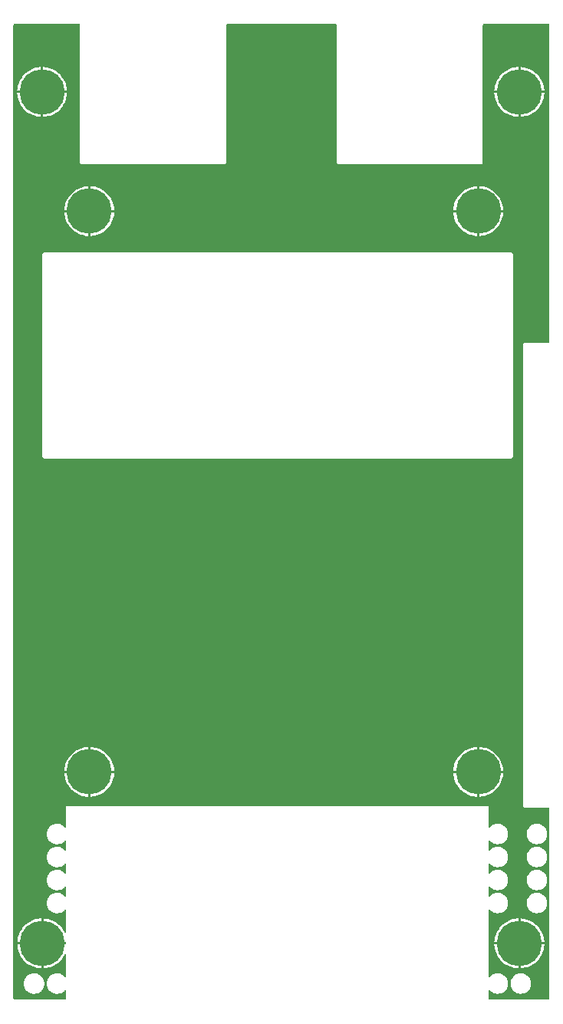
<source format=gtl>
G04 Layer: TopLayer*
G04 EasyEDA v6.5.29, 2023-07-16 15:11:24*
G04 08c5cc99871a4756a8ffc771c65a72c4,5a6b42c53f6a479593ecc07194224c93,10*
G04 Gerber Generator version 0.2*
G04 Scale: 100 percent, Rotated: No, Reflected: No *
G04 Dimensions in millimeters *
G04 leading zeros omitted , absolute positions ,4 integer and 5 decimal *
%FSLAX45Y45*%
%MOMM*%

%ADD10C,5.0000*%

%LPD*%
G36*
X163068Y838708D02*
G01*
X159156Y839469D01*
X155905Y841705D01*
X153670Y844956D01*
X152908Y848868D01*
X152908Y11597132D01*
X153670Y11601043D01*
X155905Y11604294D01*
X159156Y11606530D01*
X163068Y11607292D01*
X878332Y11607292D01*
X882192Y11606530D01*
X885494Y11604294D01*
X887730Y11601043D01*
X888492Y11597132D01*
X888492Y10084358D01*
X889203Y10078008D01*
X891133Y10072573D01*
X894181Y10067645D01*
X898296Y10063581D01*
X903173Y10060482D01*
X908659Y10058603D01*
X914958Y10057892D01*
X2475941Y10057892D01*
X2482240Y10058603D01*
X2487726Y10060482D01*
X2492603Y10063581D01*
X2496718Y10067645D01*
X2499766Y10072573D01*
X2501696Y10078008D01*
X2502408Y10084358D01*
X2502408Y11597132D01*
X2503170Y11601043D01*
X2505405Y11604294D01*
X2508656Y11606530D01*
X2512568Y11607292D01*
X3710432Y11607292D01*
X3714292Y11606530D01*
X3717594Y11604294D01*
X3719829Y11601043D01*
X3720592Y11597132D01*
X3720592Y10084358D01*
X3721303Y10078008D01*
X3723182Y10072573D01*
X3726281Y10067645D01*
X3730396Y10063581D01*
X3735273Y10060482D01*
X3740759Y10058603D01*
X3747058Y10057892D01*
X5308041Y10057892D01*
X5314340Y10058603D01*
X5319826Y10060482D01*
X5324703Y10063581D01*
X5328818Y10067645D01*
X5331866Y10072573D01*
X5333796Y10078008D01*
X5334508Y10084358D01*
X5334508Y11597132D01*
X5335270Y11601043D01*
X5337454Y11604294D01*
X5340756Y11606530D01*
X5344668Y11607292D01*
X6059932Y11607292D01*
X6063843Y11606530D01*
X6067094Y11604294D01*
X6069330Y11601043D01*
X6070092Y11597132D01*
X6070092Y8100568D01*
X6069330Y8096656D01*
X6067094Y8093354D01*
X6063792Y8091170D01*
X6059932Y8090408D01*
X5804509Y8090408D01*
X5798007Y8089595D01*
X5792470Y8087512D01*
X5787339Y8083956D01*
X5784291Y8080908D01*
X5781649Y8077352D01*
X5779160Y8071815D01*
X5777992Y8064347D01*
X5777992Y2985109D01*
X5778804Y2978607D01*
X5780887Y2973070D01*
X5784443Y2967939D01*
X5787440Y2964891D01*
X5791047Y2962249D01*
X5796584Y2959760D01*
X5804052Y2958592D01*
X6059932Y2958592D01*
X6063792Y2957830D01*
X6067094Y2955594D01*
X6069330Y2952292D01*
X6070092Y2948432D01*
X6070092Y848868D01*
X6069330Y844956D01*
X6067094Y841705D01*
X6063792Y839469D01*
X6059932Y838708D01*
X5407660Y838708D01*
X5403748Y839469D01*
X5400446Y841705D01*
X5398262Y844956D01*
X5397500Y848868D01*
X5397500Y933196D01*
X5398262Y937107D01*
X5400497Y940409D01*
X5403850Y942594D01*
X5407761Y943356D01*
X5411673Y942492D01*
X5414924Y940257D01*
X5422849Y932078D01*
X5434228Y922985D01*
X5446674Y915466D01*
X5459933Y909574D01*
X5473852Y905459D01*
X5488228Y903122D01*
X5502757Y902665D01*
X5517184Y904087D01*
X5531358Y907287D01*
X5544972Y912317D01*
X5557875Y919022D01*
X5569813Y927353D01*
X5580532Y937107D01*
X5589981Y948182D01*
X5597906Y960374D01*
X5604205Y973429D01*
X5608777Y987247D01*
X5611571Y1001521D01*
X5612485Y1016000D01*
X5611571Y1030478D01*
X5608777Y1044752D01*
X5604205Y1058570D01*
X5597906Y1071626D01*
X5589981Y1083818D01*
X5580532Y1094892D01*
X5569813Y1104646D01*
X5557875Y1112977D01*
X5544972Y1119682D01*
X5531358Y1124712D01*
X5517184Y1127912D01*
X5502757Y1129334D01*
X5488228Y1128877D01*
X5473852Y1126540D01*
X5459933Y1122426D01*
X5446674Y1116533D01*
X5434228Y1109014D01*
X5422849Y1099921D01*
X5414924Y1091742D01*
X5411673Y1089507D01*
X5407761Y1088644D01*
X5403850Y1089406D01*
X5400497Y1091590D01*
X5398262Y1094892D01*
X5397500Y1098804D01*
X5397500Y1822196D01*
X5398262Y1826107D01*
X5400497Y1829409D01*
X5403850Y1831593D01*
X5407761Y1832356D01*
X5411673Y1831492D01*
X5414924Y1829257D01*
X5422849Y1821078D01*
X5434228Y1811985D01*
X5446674Y1804466D01*
X5459933Y1798574D01*
X5473852Y1794459D01*
X5488228Y1792122D01*
X5502757Y1791665D01*
X5517184Y1793087D01*
X5531358Y1796288D01*
X5544972Y1801317D01*
X5557875Y1808022D01*
X5569813Y1816354D01*
X5580532Y1826107D01*
X5589981Y1837182D01*
X5597906Y1849374D01*
X5604205Y1862429D01*
X5608777Y1876247D01*
X5611571Y1890522D01*
X5612485Y1905000D01*
X5611571Y1919478D01*
X5608777Y1933752D01*
X5604205Y1947570D01*
X5597906Y1960625D01*
X5589981Y1972818D01*
X5580532Y1983892D01*
X5569813Y1993646D01*
X5557875Y2001977D01*
X5544972Y2008682D01*
X5531358Y2013712D01*
X5517184Y2016912D01*
X5502757Y2018334D01*
X5488228Y2017877D01*
X5473852Y2015540D01*
X5459933Y2011425D01*
X5446674Y2005533D01*
X5434228Y1998014D01*
X5422849Y1988921D01*
X5414924Y1980742D01*
X5411673Y1978507D01*
X5407761Y1977643D01*
X5403850Y1978406D01*
X5400497Y1980590D01*
X5398262Y1983892D01*
X5397500Y1987804D01*
X5397500Y2076196D01*
X5398262Y2080107D01*
X5400497Y2083409D01*
X5403850Y2085593D01*
X5407761Y2086356D01*
X5411673Y2085492D01*
X5414924Y2083257D01*
X5422849Y2075078D01*
X5434228Y2065985D01*
X5446674Y2058466D01*
X5459933Y2052574D01*
X5473852Y2048459D01*
X5488228Y2046122D01*
X5502757Y2045665D01*
X5517184Y2047087D01*
X5531358Y2050288D01*
X5544972Y2055317D01*
X5557875Y2062022D01*
X5569813Y2070354D01*
X5580532Y2080107D01*
X5589981Y2091182D01*
X5597906Y2103374D01*
X5604205Y2116429D01*
X5608777Y2130247D01*
X5611571Y2144522D01*
X5612485Y2159000D01*
X5611571Y2173478D01*
X5608777Y2187752D01*
X5604205Y2201570D01*
X5597906Y2214626D01*
X5589981Y2226818D01*
X5580532Y2237892D01*
X5569813Y2247646D01*
X5557875Y2255977D01*
X5544972Y2262682D01*
X5531358Y2267712D01*
X5517184Y2270912D01*
X5502757Y2272334D01*
X5488228Y2271877D01*
X5473852Y2269540D01*
X5459933Y2265426D01*
X5446674Y2259533D01*
X5434228Y2252014D01*
X5422849Y2242921D01*
X5414924Y2234742D01*
X5411673Y2232507D01*
X5407761Y2231644D01*
X5403850Y2232406D01*
X5400497Y2234590D01*
X5398262Y2237892D01*
X5397500Y2241804D01*
X5397500Y2330196D01*
X5398262Y2334107D01*
X5400497Y2337409D01*
X5403850Y2339594D01*
X5407761Y2340356D01*
X5411673Y2339492D01*
X5414924Y2337257D01*
X5422849Y2329078D01*
X5434228Y2319985D01*
X5446674Y2312466D01*
X5459933Y2306574D01*
X5473852Y2302459D01*
X5488228Y2300122D01*
X5502757Y2299665D01*
X5517184Y2301087D01*
X5531358Y2304288D01*
X5544972Y2309317D01*
X5557875Y2316022D01*
X5569813Y2324354D01*
X5580532Y2334107D01*
X5589981Y2345182D01*
X5597906Y2357374D01*
X5604205Y2370429D01*
X5608777Y2384247D01*
X5611571Y2398522D01*
X5612485Y2413000D01*
X5611571Y2427478D01*
X5608777Y2441752D01*
X5604205Y2455570D01*
X5597906Y2468626D01*
X5589981Y2480818D01*
X5580532Y2491892D01*
X5569813Y2501646D01*
X5557875Y2509977D01*
X5544972Y2516682D01*
X5531358Y2521712D01*
X5517184Y2524912D01*
X5502757Y2526334D01*
X5488228Y2525877D01*
X5473852Y2523540D01*
X5459933Y2519426D01*
X5446674Y2513533D01*
X5434228Y2506014D01*
X5422849Y2496921D01*
X5414924Y2488742D01*
X5411673Y2486507D01*
X5407761Y2485644D01*
X5403850Y2486406D01*
X5400497Y2488590D01*
X5398262Y2491892D01*
X5397500Y2495804D01*
X5397500Y2584196D01*
X5398262Y2588107D01*
X5400497Y2591409D01*
X5403850Y2593594D01*
X5407761Y2594356D01*
X5411673Y2593492D01*
X5414924Y2591257D01*
X5422849Y2583078D01*
X5434228Y2573985D01*
X5446674Y2566466D01*
X5459933Y2560574D01*
X5473852Y2556459D01*
X5488228Y2554122D01*
X5502757Y2553665D01*
X5517184Y2555087D01*
X5531358Y2558288D01*
X5544972Y2563317D01*
X5557875Y2570022D01*
X5569813Y2578354D01*
X5580532Y2588107D01*
X5589981Y2599182D01*
X5597906Y2611374D01*
X5604205Y2624429D01*
X5608777Y2638247D01*
X5611571Y2652522D01*
X5612485Y2667000D01*
X5611571Y2681478D01*
X5608777Y2695752D01*
X5604205Y2709570D01*
X5597906Y2722626D01*
X5589981Y2734818D01*
X5580532Y2745892D01*
X5569813Y2755646D01*
X5557875Y2763977D01*
X5544972Y2770682D01*
X5531358Y2775712D01*
X5517184Y2778912D01*
X5502757Y2780334D01*
X5488228Y2779877D01*
X5473852Y2777540D01*
X5459933Y2773426D01*
X5446674Y2767533D01*
X5434228Y2760014D01*
X5422849Y2750921D01*
X5414924Y2742742D01*
X5411673Y2740507D01*
X5407761Y2739644D01*
X5403850Y2740406D01*
X5400497Y2742590D01*
X5398262Y2745892D01*
X5397500Y2749804D01*
X5397500Y2970784D01*
X5396484Y2971800D01*
X737616Y2971800D01*
X736600Y2970784D01*
X736600Y2749854D01*
X735787Y2745841D01*
X733450Y2742488D01*
X729945Y2740304D01*
X725881Y2739694D01*
X721918Y2740761D01*
X718718Y2743250D01*
X716483Y2745892D01*
X705713Y2755646D01*
X693826Y2763977D01*
X680923Y2770682D01*
X667308Y2775712D01*
X653135Y2778912D01*
X638657Y2780334D01*
X624128Y2779877D01*
X609803Y2777540D01*
X595884Y2773426D01*
X582574Y2767533D01*
X570179Y2760014D01*
X558800Y2750921D01*
X548690Y2740507D01*
X540004Y2728874D01*
X532892Y2716174D01*
X527405Y2702712D01*
X523748Y2688691D01*
X521868Y2674264D01*
X521868Y2659735D01*
X523748Y2645308D01*
X527405Y2631287D01*
X532892Y2617825D01*
X540004Y2605125D01*
X548690Y2593492D01*
X558800Y2583078D01*
X570179Y2573985D01*
X582574Y2566466D01*
X595884Y2560574D01*
X609803Y2556459D01*
X624128Y2554122D01*
X638657Y2553665D01*
X653135Y2555087D01*
X667308Y2558288D01*
X680923Y2563317D01*
X693826Y2570022D01*
X705713Y2578354D01*
X716483Y2588107D01*
X718718Y2590749D01*
X721918Y2593238D01*
X725881Y2594305D01*
X729945Y2593695D01*
X733450Y2591511D01*
X735787Y2588158D01*
X736600Y2584145D01*
X736600Y2495854D01*
X735787Y2491841D01*
X733450Y2488488D01*
X729945Y2486304D01*
X725881Y2485694D01*
X721918Y2486761D01*
X718718Y2489250D01*
X716483Y2491892D01*
X705713Y2501646D01*
X693826Y2509977D01*
X680923Y2516682D01*
X667308Y2521712D01*
X653135Y2524912D01*
X638657Y2526334D01*
X624128Y2525877D01*
X609803Y2523540D01*
X595884Y2519426D01*
X582574Y2513533D01*
X570179Y2506014D01*
X558800Y2496921D01*
X548690Y2486507D01*
X540004Y2474874D01*
X532892Y2462174D01*
X527405Y2448712D01*
X523748Y2434691D01*
X521868Y2420264D01*
X521868Y2405735D01*
X523748Y2391308D01*
X527405Y2377287D01*
X532892Y2363825D01*
X540004Y2351125D01*
X548690Y2339492D01*
X558800Y2329078D01*
X570179Y2319985D01*
X582574Y2312466D01*
X595884Y2306574D01*
X609803Y2302459D01*
X624128Y2300122D01*
X638657Y2299665D01*
X653135Y2301087D01*
X667308Y2304288D01*
X680923Y2309317D01*
X693826Y2316022D01*
X705713Y2324354D01*
X716483Y2334107D01*
X718718Y2336749D01*
X721918Y2339238D01*
X725881Y2340305D01*
X729945Y2339695D01*
X733450Y2337511D01*
X735787Y2334158D01*
X736600Y2330145D01*
X736600Y2241854D01*
X735787Y2237841D01*
X733450Y2234488D01*
X729945Y2232304D01*
X725881Y2231694D01*
X721918Y2232761D01*
X718718Y2235250D01*
X716483Y2237892D01*
X705713Y2247646D01*
X693826Y2255977D01*
X680923Y2262682D01*
X667308Y2267712D01*
X653135Y2270912D01*
X638657Y2272334D01*
X624128Y2271877D01*
X609803Y2269540D01*
X595884Y2265426D01*
X582574Y2259533D01*
X570179Y2252014D01*
X558800Y2242921D01*
X548690Y2232507D01*
X540004Y2220874D01*
X532892Y2208174D01*
X527405Y2194712D01*
X523748Y2180691D01*
X521868Y2166264D01*
X521868Y2151735D01*
X523748Y2137308D01*
X527405Y2123287D01*
X532892Y2109825D01*
X540004Y2097125D01*
X548690Y2085492D01*
X558800Y2075078D01*
X570179Y2065985D01*
X582574Y2058466D01*
X595884Y2052574D01*
X609803Y2048459D01*
X624128Y2046122D01*
X638657Y2045665D01*
X653135Y2047087D01*
X667308Y2050288D01*
X680923Y2055317D01*
X693826Y2062022D01*
X705713Y2070354D01*
X716483Y2080107D01*
X718718Y2082749D01*
X721918Y2085238D01*
X725881Y2086305D01*
X729945Y2085695D01*
X733450Y2083511D01*
X735787Y2080158D01*
X736600Y2076145D01*
X736600Y1987854D01*
X735787Y1983841D01*
X733450Y1980488D01*
X729945Y1978304D01*
X725881Y1977694D01*
X721918Y1978761D01*
X718718Y1981250D01*
X716483Y1983892D01*
X705713Y1993646D01*
X693826Y2001977D01*
X680923Y2008682D01*
X667308Y2013712D01*
X653135Y2016912D01*
X638657Y2018334D01*
X624128Y2017877D01*
X609803Y2015540D01*
X595884Y2011425D01*
X582574Y2005533D01*
X570179Y1998014D01*
X558800Y1988921D01*
X548690Y1978507D01*
X540004Y1966874D01*
X532892Y1954174D01*
X527405Y1940712D01*
X523748Y1926691D01*
X521868Y1912264D01*
X521868Y1897735D01*
X523748Y1883308D01*
X527405Y1869287D01*
X532892Y1855825D01*
X540004Y1843125D01*
X548690Y1831492D01*
X558800Y1821078D01*
X570179Y1811985D01*
X582574Y1804466D01*
X595884Y1798574D01*
X609803Y1794459D01*
X624128Y1792122D01*
X638657Y1791665D01*
X653135Y1793087D01*
X667308Y1796288D01*
X680923Y1801317D01*
X693826Y1808022D01*
X705713Y1816354D01*
X716483Y1826107D01*
X718718Y1828749D01*
X721918Y1831238D01*
X725881Y1832305D01*
X729945Y1831695D01*
X733450Y1829511D01*
X735787Y1826158D01*
X736600Y1822145D01*
X736600Y1589278D01*
X735584Y1584858D01*
X732790Y1581353D01*
X728776Y1579372D01*
X724255Y1579321D01*
X720191Y1581251D01*
X717346Y1584756D01*
X713028Y1593443D01*
X701040Y1613204D01*
X687476Y1631899D01*
X672388Y1649374D01*
X655878Y1665528D01*
X638048Y1680260D01*
X619099Y1693468D01*
X599084Y1705000D01*
X578154Y1714855D01*
X556514Y1722882D01*
X534263Y1729130D01*
X511556Y1733448D01*
X488594Y1735886D01*
X483971Y1735937D01*
X483971Y1473200D01*
X726440Y1473200D01*
X730300Y1472438D01*
X733602Y1470253D01*
X735838Y1466951D01*
X736600Y1463040D01*
X736600Y1457960D01*
X735838Y1454099D01*
X733602Y1450797D01*
X730300Y1448562D01*
X726440Y1447800D01*
X483971Y1447800D01*
X483971Y1185062D01*
X488594Y1185164D01*
X511556Y1187551D01*
X534263Y1191920D01*
X556514Y1198118D01*
X578154Y1206144D01*
X599084Y1215999D01*
X619099Y1227582D01*
X638048Y1240739D01*
X655878Y1255471D01*
X672388Y1271625D01*
X687476Y1289151D01*
X701040Y1307846D01*
X713028Y1327607D01*
X717346Y1336294D01*
X720191Y1339748D01*
X724255Y1341678D01*
X728776Y1341628D01*
X732790Y1339646D01*
X735584Y1336141D01*
X736600Y1331772D01*
X736600Y1098854D01*
X735787Y1094841D01*
X733450Y1091488D01*
X729945Y1089304D01*
X725881Y1088694D01*
X721918Y1089761D01*
X718718Y1092250D01*
X716483Y1094892D01*
X705713Y1104646D01*
X693826Y1112977D01*
X680923Y1119682D01*
X667308Y1124712D01*
X653135Y1127912D01*
X638657Y1129334D01*
X624128Y1128877D01*
X609803Y1126540D01*
X595884Y1122426D01*
X582574Y1116533D01*
X570179Y1109014D01*
X558800Y1099921D01*
X548690Y1089507D01*
X540004Y1077874D01*
X532892Y1065174D01*
X527405Y1051712D01*
X523748Y1037691D01*
X521868Y1023264D01*
X521868Y1008735D01*
X523748Y994308D01*
X527405Y980287D01*
X532892Y966825D01*
X540004Y954125D01*
X548690Y942492D01*
X558800Y932078D01*
X570179Y922985D01*
X582574Y915466D01*
X595884Y909574D01*
X609803Y905459D01*
X624128Y903122D01*
X638657Y902665D01*
X653135Y904087D01*
X667308Y907287D01*
X680923Y912317D01*
X693826Y919022D01*
X705713Y927353D01*
X716483Y937107D01*
X718718Y939749D01*
X721918Y942238D01*
X725881Y943305D01*
X729945Y942695D01*
X733450Y940511D01*
X735787Y937158D01*
X736600Y933145D01*
X736600Y848868D01*
X735838Y844956D01*
X733602Y841705D01*
X730300Y839469D01*
X726440Y838708D01*
G37*

%LPC*%
G36*
X194360Y10871200D02*
G01*
X457200Y10871200D01*
X457200Y11133886D01*
X441045Y11132870D01*
X418185Y11129518D01*
X395681Y11124234D01*
X373735Y11117072D01*
X352450Y11108131D01*
X331927Y11097412D01*
X312420Y11085068D01*
X294030Y11071098D01*
X276860Y11055604D01*
X261061Y11038789D01*
X246684Y11020653D01*
X233883Y11001400D01*
X222758Y10981182D01*
X213360Y10960049D01*
X205790Y10938256D01*
X200050Y10915853D01*
X196189Y10893094D01*
G37*
G36*
X384657Y902665D02*
G01*
X399135Y904087D01*
X413308Y907287D01*
X426923Y912317D01*
X439826Y919022D01*
X451713Y927353D01*
X462483Y937107D01*
X471881Y948182D01*
X479806Y960374D01*
X486105Y973429D01*
X490728Y987247D01*
X493471Y1001521D01*
X494436Y1016000D01*
X493471Y1030478D01*
X490728Y1044752D01*
X486105Y1058570D01*
X479806Y1071626D01*
X471881Y1083818D01*
X462483Y1094892D01*
X451713Y1104646D01*
X439826Y1112977D01*
X426923Y1119682D01*
X413308Y1124712D01*
X399135Y1127912D01*
X384657Y1129334D01*
X370128Y1128877D01*
X355803Y1126540D01*
X341884Y1122426D01*
X328574Y1116533D01*
X316179Y1109014D01*
X304800Y1099921D01*
X294690Y1089507D01*
X286004Y1077874D01*
X278892Y1065174D01*
X273405Y1051712D01*
X269748Y1037691D01*
X267868Y1023264D01*
X267868Y1008735D01*
X269748Y994308D01*
X273405Y980287D01*
X278892Y966825D01*
X286004Y954125D01*
X294690Y942492D01*
X304800Y932078D01*
X316179Y922985D01*
X328574Y915466D01*
X341884Y909574D01*
X355803Y905459D01*
X370128Y903122D01*
G37*
G36*
X5756757Y902665D02*
G01*
X5771184Y904087D01*
X5785358Y907287D01*
X5798972Y912317D01*
X5811875Y919022D01*
X5823813Y927353D01*
X5834532Y937107D01*
X5843981Y948182D01*
X5851906Y960374D01*
X5858205Y973429D01*
X5862777Y987247D01*
X5865571Y1001521D01*
X5866485Y1016000D01*
X5865571Y1030478D01*
X5862777Y1044752D01*
X5858205Y1058570D01*
X5851906Y1071626D01*
X5843981Y1083818D01*
X5834532Y1094892D01*
X5823813Y1104646D01*
X5811875Y1112977D01*
X5798972Y1119682D01*
X5785358Y1124712D01*
X5771184Y1127912D01*
X5756757Y1129334D01*
X5742228Y1128877D01*
X5727852Y1126540D01*
X5713933Y1122426D01*
X5700674Y1116533D01*
X5688228Y1109014D01*
X5676849Y1099921D01*
X5666740Y1089507D01*
X5658053Y1077874D01*
X5650941Y1065174D01*
X5645505Y1051712D01*
X5641797Y1037691D01*
X5639968Y1023264D01*
X5639968Y1008735D01*
X5641797Y994308D01*
X5645505Y980287D01*
X5650941Y966825D01*
X5658053Y954125D01*
X5666740Y942492D01*
X5676849Y932078D01*
X5688228Y922985D01*
X5700674Y915466D01*
X5713933Y909574D01*
X5727852Y905459D01*
X5742228Y903122D01*
G37*
G36*
X5461609Y10871200D02*
G01*
X5724499Y10871200D01*
X5724499Y11133886D01*
X5708345Y11132870D01*
X5685485Y11129518D01*
X5662980Y11124234D01*
X5641035Y11117072D01*
X5619699Y11108131D01*
X5599226Y11097412D01*
X5579719Y11085068D01*
X5561330Y11071098D01*
X5544159Y11055604D01*
X5528360Y11038789D01*
X5513984Y11020653D01*
X5501182Y11001400D01*
X5490057Y10981182D01*
X5480659Y10960049D01*
X5473090Y10938256D01*
X5467350Y10915853D01*
X5463489Y10893094D01*
G37*
G36*
X5749899Y10871200D02*
G01*
X6012535Y10871200D01*
X6012129Y10881563D01*
X6009233Y10904524D01*
X6004407Y10927130D01*
X5997752Y10949228D01*
X5989218Y10970717D01*
X5978956Y10991392D01*
X5967018Y11011204D01*
X5953404Y11029848D01*
X5938316Y11047374D01*
X5921806Y11063528D01*
X5904026Y11078260D01*
X5885027Y11091468D01*
X5865012Y11103000D01*
X5844133Y11112855D01*
X5822442Y11120882D01*
X5800191Y11127130D01*
X5777484Y11131448D01*
X5754522Y11133836D01*
X5749899Y11133937D01*
G37*
G36*
X482600Y10871200D02*
G01*
X745286Y10871200D01*
X744829Y10881563D01*
X741934Y10904524D01*
X737108Y10927130D01*
X730453Y10949228D01*
X721969Y10970717D01*
X711657Y10991392D01*
X699719Y11011204D01*
X686104Y11029848D01*
X671017Y11047374D01*
X654507Y11063528D01*
X636727Y11078260D01*
X617728Y11091468D01*
X597712Y11103000D01*
X576834Y11112855D01*
X555142Y11120882D01*
X532892Y11127130D01*
X510184Y11131448D01*
X487222Y11133836D01*
X482600Y11133937D01*
G37*
G36*
X457200Y10583113D02*
G01*
X457200Y10845800D01*
X194360Y10845800D01*
X196189Y10823905D01*
X200050Y10801146D01*
X205790Y10778744D01*
X213360Y10756950D01*
X222758Y10735818D01*
X233883Y10715599D01*
X246684Y10696346D01*
X261061Y10678210D01*
X276860Y10661396D01*
X294030Y10645902D01*
X312420Y10631932D01*
X331927Y10619587D01*
X352450Y10608868D01*
X373735Y10599928D01*
X395681Y10592765D01*
X418185Y10587482D01*
X441045Y10584129D01*
G37*
G36*
X5749899Y1185062D02*
G01*
X5754522Y1185164D01*
X5777484Y1187551D01*
X5800191Y1191920D01*
X5822442Y1198118D01*
X5844133Y1206144D01*
X5865012Y1215999D01*
X5885027Y1227582D01*
X5904026Y1240739D01*
X5921806Y1255471D01*
X5938316Y1271625D01*
X5953404Y1289151D01*
X5967018Y1307846D01*
X5978956Y1327607D01*
X5989218Y1348282D01*
X5997752Y1369771D01*
X6004407Y1391920D01*
X6009233Y1414475D01*
X6012129Y1437436D01*
X6012535Y1447800D01*
X5749899Y1447800D01*
G37*
G36*
X5724499Y10583113D02*
G01*
X5724499Y10845800D01*
X5461609Y10845800D01*
X5463489Y10823905D01*
X5467350Y10801146D01*
X5473090Y10778744D01*
X5480659Y10756950D01*
X5490057Y10735818D01*
X5501182Y10715599D01*
X5513984Y10696346D01*
X5528360Y10678210D01*
X5544159Y10661396D01*
X5561330Y10645902D01*
X5579719Y10631932D01*
X5599226Y10619587D01*
X5619699Y10608868D01*
X5641035Y10599928D01*
X5662980Y10592765D01*
X5685485Y10587482D01*
X5708345Y10584129D01*
G37*
G36*
X5724499Y1185113D02*
G01*
X5724499Y1447800D01*
X5461609Y1447800D01*
X5463489Y1425956D01*
X5467350Y1403146D01*
X5473090Y1380744D01*
X5480659Y1358950D01*
X5490057Y1337818D01*
X5501182Y1317599D01*
X5513984Y1298346D01*
X5528360Y1280210D01*
X5544159Y1263396D01*
X5561330Y1247902D01*
X5579719Y1233932D01*
X5599226Y1221587D01*
X5619699Y1210868D01*
X5641035Y1201928D01*
X5662980Y1194765D01*
X5685485Y1189482D01*
X5708345Y1186129D01*
G37*
G36*
X458571Y1185113D02*
G01*
X458571Y1447800D01*
X195681Y1447800D01*
X197561Y1425956D01*
X201371Y1403146D01*
X207111Y1380744D01*
X214731Y1358950D01*
X224129Y1337818D01*
X235254Y1317599D01*
X248056Y1298346D01*
X262382Y1280210D01*
X278231Y1263396D01*
X295402Y1247902D01*
X313791Y1233932D01*
X333298Y1221587D01*
X353771Y1210868D01*
X375107Y1201928D01*
X397052Y1194765D01*
X419557Y1189482D01*
X442417Y1186129D01*
G37*
G36*
X5749899Y1473200D02*
G01*
X6012535Y1473200D01*
X6012129Y1483614D01*
X6009233Y1506524D01*
X6004407Y1529130D01*
X5997752Y1551228D01*
X5989218Y1572717D01*
X5978956Y1593443D01*
X5967018Y1613204D01*
X5953404Y1631899D01*
X5938316Y1649374D01*
X5921806Y1665528D01*
X5904026Y1680260D01*
X5885027Y1693468D01*
X5865012Y1705000D01*
X5844133Y1714855D01*
X5822442Y1722882D01*
X5800191Y1729130D01*
X5777484Y1733448D01*
X5754522Y1735886D01*
X5749899Y1735937D01*
G37*
G36*
X5461609Y1473200D02*
G01*
X5724499Y1473200D01*
X5724499Y1735937D01*
X5708345Y1734921D01*
X5685485Y1731518D01*
X5662980Y1726234D01*
X5641035Y1719122D01*
X5619699Y1710131D01*
X5599226Y1699463D01*
X5579719Y1687068D01*
X5561330Y1673098D01*
X5544159Y1657654D01*
X5528360Y1640789D01*
X5513984Y1622704D01*
X5501182Y1603451D01*
X5490057Y1583182D01*
X5480659Y1562100D01*
X5473090Y1540256D01*
X5467350Y1517853D01*
X5463489Y1495094D01*
G37*
G36*
X195681Y1473200D02*
G01*
X458571Y1473200D01*
X458571Y1735937D01*
X442417Y1734921D01*
X419557Y1731518D01*
X397052Y1726234D01*
X375107Y1719122D01*
X353771Y1710131D01*
X333298Y1699463D01*
X313791Y1687068D01*
X295402Y1673098D01*
X278231Y1657654D01*
X262382Y1640789D01*
X248056Y1622704D01*
X235254Y1603451D01*
X224129Y1583182D01*
X214731Y1562100D01*
X207111Y1540256D01*
X201371Y1517853D01*
X197561Y1495094D01*
G37*
G36*
X482600Y10583062D02*
G01*
X487222Y10583164D01*
X510184Y10585551D01*
X532892Y10589869D01*
X555142Y10596118D01*
X576834Y10604144D01*
X597712Y10613999D01*
X617728Y10625531D01*
X636727Y10638739D01*
X654507Y10653471D01*
X671017Y10669625D01*
X686104Y10687100D01*
X699719Y10705795D01*
X711657Y10725607D01*
X721969Y10746282D01*
X730453Y10767771D01*
X737108Y10789869D01*
X741934Y10812475D01*
X744829Y10835436D01*
X745286Y10845800D01*
X482600Y10845800D01*
G37*
G36*
X5934557Y1791665D02*
G01*
X5948984Y1793087D01*
X5963158Y1796288D01*
X5976772Y1801317D01*
X5989675Y1808022D01*
X6001613Y1816354D01*
X6012332Y1826107D01*
X6021781Y1837182D01*
X6029706Y1849374D01*
X6036005Y1862429D01*
X6040577Y1876247D01*
X6043371Y1890522D01*
X6044285Y1905000D01*
X6043371Y1919478D01*
X6040577Y1933752D01*
X6036005Y1947570D01*
X6029706Y1960625D01*
X6021781Y1972818D01*
X6012332Y1983892D01*
X6001613Y1993646D01*
X5989675Y2001977D01*
X5976772Y2008682D01*
X5963158Y2013712D01*
X5948984Y2016912D01*
X5934557Y2018334D01*
X5920028Y2017877D01*
X5905652Y2015540D01*
X5891733Y2011425D01*
X5878474Y2005533D01*
X5866028Y1998014D01*
X5854649Y1988921D01*
X5844540Y1978507D01*
X5835853Y1966874D01*
X5828741Y1954174D01*
X5823305Y1940712D01*
X5819597Y1926691D01*
X5817768Y1912264D01*
X5817768Y1897735D01*
X5819597Y1883308D01*
X5823305Y1869287D01*
X5828741Y1855825D01*
X5835853Y1843125D01*
X5844540Y1831492D01*
X5854649Y1821078D01*
X5866028Y1811985D01*
X5878474Y1804466D01*
X5891733Y1798574D01*
X5905652Y1794459D01*
X5920028Y1792122D01*
G37*
G36*
X5749899Y10583062D02*
G01*
X5754522Y10583164D01*
X5777484Y10585551D01*
X5800191Y10589869D01*
X5822442Y10596118D01*
X5844133Y10604144D01*
X5865012Y10613999D01*
X5885027Y10625531D01*
X5904026Y10638739D01*
X5921806Y10653471D01*
X5938316Y10669625D01*
X5953404Y10687100D01*
X5967018Y10705795D01*
X5978956Y10725607D01*
X5989218Y10746282D01*
X5997752Y10767771D01*
X6004407Y10789869D01*
X6009233Y10812475D01*
X6012129Y10835436D01*
X6012535Y10845800D01*
X5749899Y10845800D01*
G37*
G36*
X715060Y9555988D02*
G01*
X977900Y9555988D01*
X977900Y9818725D01*
X961745Y9817709D01*
X938885Y9814306D01*
X916381Y9809022D01*
X894435Y9801910D01*
X873150Y9792970D01*
X852627Y9782251D01*
X833119Y9769856D01*
X814730Y9755886D01*
X797560Y9740442D01*
X781761Y9723577D01*
X767384Y9705492D01*
X754583Y9686239D01*
X743458Y9665970D01*
X734060Y9644888D01*
X726490Y9623044D01*
X720750Y9600692D01*
X716889Y9577882D01*
G37*
G36*
X5009642Y9555988D02*
G01*
X5272481Y9555988D01*
X5272481Y9818725D01*
X5256377Y9817709D01*
X5233517Y9814306D01*
X5211013Y9809022D01*
X5189016Y9801910D01*
X5167731Y9792970D01*
X5147259Y9782251D01*
X5127752Y9769856D01*
X5109362Y9755886D01*
X5092192Y9740442D01*
X5076342Y9723577D01*
X5062016Y9705492D01*
X5049215Y9686239D01*
X5038090Y9665970D01*
X5028692Y9644888D01*
X5021072Y9623044D01*
X5015331Y9600692D01*
X5011470Y9577882D01*
G37*
G36*
X1003300Y9555988D02*
G01*
X1265986Y9555988D01*
X1265529Y9566402D01*
X1262634Y9589312D01*
X1257808Y9611918D01*
X1251153Y9634016D01*
X1242669Y9655505D01*
X1232357Y9676231D01*
X1220419Y9695992D01*
X1206804Y9714687D01*
X1191717Y9732162D01*
X1175207Y9748316D01*
X1157427Y9763048D01*
X1138428Y9776256D01*
X1118412Y9787788D01*
X1097534Y9797643D01*
X1075842Y9805720D01*
X1053592Y9811918D01*
X1030884Y9816236D01*
X1007922Y9818674D01*
X1003300Y9818776D01*
G37*
G36*
X5934557Y2045665D02*
G01*
X5948984Y2047087D01*
X5963158Y2050288D01*
X5976772Y2055317D01*
X5989675Y2062022D01*
X6001613Y2070354D01*
X6012332Y2080107D01*
X6021781Y2091182D01*
X6029706Y2103374D01*
X6036005Y2116429D01*
X6040577Y2130247D01*
X6043371Y2144522D01*
X6044285Y2159000D01*
X6043371Y2173478D01*
X6040577Y2187752D01*
X6036005Y2201570D01*
X6029706Y2214626D01*
X6021781Y2226818D01*
X6012332Y2237892D01*
X6001613Y2247646D01*
X5989675Y2255977D01*
X5976772Y2262682D01*
X5963158Y2267712D01*
X5948984Y2270912D01*
X5934557Y2272334D01*
X5920028Y2271877D01*
X5905652Y2269540D01*
X5891733Y2265426D01*
X5878474Y2259533D01*
X5866028Y2252014D01*
X5854649Y2242921D01*
X5844540Y2232507D01*
X5835853Y2220874D01*
X5828741Y2208174D01*
X5823305Y2194712D01*
X5819597Y2180691D01*
X5817768Y2166264D01*
X5817768Y2151735D01*
X5819597Y2137308D01*
X5823305Y2123287D01*
X5828741Y2109825D01*
X5835853Y2097125D01*
X5844540Y2085492D01*
X5854649Y2075078D01*
X5866028Y2065985D01*
X5878474Y2058466D01*
X5891733Y2052574D01*
X5905652Y2048459D01*
X5920028Y2046122D01*
G37*
G36*
X5297881Y9555988D02*
G01*
X5560568Y9555988D01*
X5560110Y9566402D01*
X5557215Y9589312D01*
X5552440Y9611918D01*
X5545734Y9634016D01*
X5537250Y9655505D01*
X5526989Y9676231D01*
X5515000Y9695992D01*
X5501436Y9714687D01*
X5486349Y9732162D01*
X5469839Y9748316D01*
X5452008Y9763048D01*
X5433060Y9776256D01*
X5413044Y9787788D01*
X5392115Y9797643D01*
X5370474Y9805720D01*
X5348224Y9811918D01*
X5325516Y9816236D01*
X5302504Y9818674D01*
X5297881Y9818776D01*
G37*
G36*
X977900Y9267901D02*
G01*
X977900Y9530588D01*
X715060Y9530588D01*
X716889Y9508744D01*
X720750Y9485934D01*
X726490Y9463582D01*
X734060Y9441738D01*
X743458Y9420656D01*
X754583Y9400387D01*
X767384Y9381134D01*
X781761Y9363049D01*
X797560Y9346184D01*
X814730Y9330740D01*
X833119Y9316770D01*
X852627Y9304375D01*
X873150Y9293656D01*
X894435Y9284716D01*
X916381Y9277553D01*
X938885Y9272270D01*
X961745Y9268917D01*
G37*
G36*
X5272481Y9267901D02*
G01*
X5272481Y9530588D01*
X5009642Y9530588D01*
X5011470Y9508744D01*
X5015331Y9485934D01*
X5021072Y9463582D01*
X5028692Y9441738D01*
X5038090Y9420656D01*
X5049215Y9400387D01*
X5062016Y9381134D01*
X5076342Y9363049D01*
X5092192Y9346184D01*
X5109362Y9330740D01*
X5127752Y9316770D01*
X5147259Y9304375D01*
X5167731Y9293656D01*
X5189016Y9284716D01*
X5211013Y9277553D01*
X5233517Y9272270D01*
X5256377Y9268917D01*
G37*
G36*
X1003300Y9267850D02*
G01*
X1007922Y9267952D01*
X1030884Y9270390D01*
X1053592Y9274708D01*
X1075842Y9280906D01*
X1097534Y9288983D01*
X1118412Y9298787D01*
X1138428Y9310370D01*
X1157427Y9323527D01*
X1175207Y9338259D01*
X1191717Y9354464D01*
X1206804Y9371939D01*
X1220419Y9390634D01*
X1232357Y9410395D01*
X1242669Y9431070D01*
X1251153Y9452559D01*
X1257808Y9474708D01*
X1262634Y9497314D01*
X1265529Y9520224D01*
X1265986Y9530588D01*
X1003300Y9530588D01*
G37*
G36*
X5934557Y2299665D02*
G01*
X5948984Y2301087D01*
X5963158Y2304288D01*
X5976772Y2309317D01*
X5989675Y2316022D01*
X6001613Y2324354D01*
X6012332Y2334107D01*
X6021781Y2345182D01*
X6029706Y2357374D01*
X6036005Y2370429D01*
X6040577Y2384247D01*
X6043371Y2398522D01*
X6044285Y2413000D01*
X6043371Y2427478D01*
X6040577Y2441752D01*
X6036005Y2455570D01*
X6029706Y2468626D01*
X6021781Y2480818D01*
X6012332Y2491892D01*
X6001613Y2501646D01*
X5989675Y2509977D01*
X5976772Y2516682D01*
X5963158Y2521712D01*
X5948984Y2524912D01*
X5934557Y2526334D01*
X5920028Y2525877D01*
X5905652Y2523540D01*
X5891733Y2519426D01*
X5878474Y2513533D01*
X5866028Y2506014D01*
X5854649Y2496921D01*
X5844540Y2486507D01*
X5835853Y2474874D01*
X5828741Y2462174D01*
X5823305Y2448712D01*
X5819597Y2434691D01*
X5817768Y2420264D01*
X5817768Y2405735D01*
X5819597Y2391308D01*
X5823305Y2377287D01*
X5828741Y2363825D01*
X5835853Y2351125D01*
X5844540Y2339492D01*
X5854649Y2329078D01*
X5866028Y2319985D01*
X5878474Y2312466D01*
X5891733Y2306574D01*
X5905652Y2302459D01*
X5920028Y2300122D01*
G37*
G36*
X5297881Y9267850D02*
G01*
X5302504Y9267952D01*
X5325516Y9270390D01*
X5348224Y9274708D01*
X5370474Y9280906D01*
X5392115Y9288983D01*
X5413044Y9298787D01*
X5433060Y9310370D01*
X5452008Y9323527D01*
X5469839Y9338259D01*
X5486349Y9354464D01*
X5501436Y9371939D01*
X5515000Y9390634D01*
X5526989Y9410395D01*
X5537250Y9431070D01*
X5545734Y9452559D01*
X5552440Y9474708D01*
X5557215Y9497314D01*
X5560110Y9520224D01*
X5560568Y9530588D01*
X5297881Y9530588D01*
G37*
G36*
X499465Y6812280D02*
G01*
X5641848Y6812280D01*
X5648147Y6812991D01*
X5653633Y6814921D01*
X5658510Y6818020D01*
X5662625Y6822084D01*
X5665673Y6827012D01*
X5667603Y6832447D01*
X5668314Y6838797D01*
X5668314Y9060129D01*
X5667603Y9066479D01*
X5665673Y9071914D01*
X5662625Y9076842D01*
X5658510Y9080906D01*
X5653633Y9084005D01*
X5648147Y9085884D01*
X5641848Y9086596D01*
X499465Y9086596D01*
X493166Y9085884D01*
X487680Y9084005D01*
X482803Y9080906D01*
X478688Y9076842D01*
X475640Y9071914D01*
X473709Y9066479D01*
X472998Y9060129D01*
X472998Y6838797D01*
X473709Y6832447D01*
X475640Y6827012D01*
X478688Y6822084D01*
X482803Y6818020D01*
X487680Y6814921D01*
X493166Y6812991D01*
G37*
G36*
X715060Y3365500D02*
G01*
X977900Y3365500D01*
X977900Y3628186D01*
X961745Y3627170D01*
X938885Y3623818D01*
X916381Y3618534D01*
X894435Y3611372D01*
X873150Y3602431D01*
X852627Y3591712D01*
X833119Y3579368D01*
X814730Y3565398D01*
X797560Y3549904D01*
X781761Y3533089D01*
X767384Y3514953D01*
X754583Y3495700D01*
X743458Y3475482D01*
X734060Y3454349D01*
X726490Y3432556D01*
X720750Y3410153D01*
X716889Y3387394D01*
G37*
G36*
X5009642Y3365500D02*
G01*
X5272481Y3365500D01*
X5272481Y3628186D01*
X5256377Y3627170D01*
X5233517Y3623818D01*
X5211013Y3618534D01*
X5189016Y3611372D01*
X5167731Y3602431D01*
X5147259Y3591712D01*
X5127752Y3579368D01*
X5109362Y3565398D01*
X5092192Y3549904D01*
X5076342Y3533089D01*
X5062016Y3514953D01*
X5049215Y3495700D01*
X5038090Y3475482D01*
X5028692Y3454349D01*
X5021072Y3432556D01*
X5015331Y3410153D01*
X5011470Y3387394D01*
G37*
G36*
X1003300Y3365500D02*
G01*
X1265986Y3365500D01*
X1265529Y3375863D01*
X1262634Y3398824D01*
X1257808Y3421430D01*
X1251153Y3443528D01*
X1242669Y3465017D01*
X1232357Y3485692D01*
X1220419Y3505504D01*
X1206804Y3524148D01*
X1191717Y3541674D01*
X1175207Y3557828D01*
X1157427Y3572560D01*
X1138428Y3585768D01*
X1118412Y3597300D01*
X1097534Y3607155D01*
X1075842Y3615182D01*
X1053592Y3621430D01*
X1030884Y3625748D01*
X1007922Y3628136D01*
X1003300Y3628237D01*
G37*
G36*
X5297881Y3365500D02*
G01*
X5560568Y3365500D01*
X5560110Y3375863D01*
X5557215Y3398824D01*
X5552440Y3421430D01*
X5545734Y3443528D01*
X5537250Y3465017D01*
X5526989Y3485692D01*
X5515000Y3505504D01*
X5501436Y3524148D01*
X5486349Y3541674D01*
X5469839Y3557828D01*
X5452008Y3572560D01*
X5433060Y3585768D01*
X5413044Y3597300D01*
X5392115Y3607155D01*
X5370474Y3615182D01*
X5348224Y3621430D01*
X5325516Y3625748D01*
X5302504Y3628136D01*
X5297881Y3628237D01*
G37*
G36*
X977900Y3077413D02*
G01*
X977900Y3340100D01*
X715060Y3340100D01*
X716889Y3318205D01*
X720750Y3295446D01*
X726490Y3273044D01*
X734060Y3251250D01*
X743458Y3230118D01*
X754583Y3209899D01*
X767384Y3190646D01*
X781761Y3172510D01*
X797560Y3155696D01*
X814730Y3140202D01*
X833119Y3126232D01*
X852627Y3113887D01*
X873150Y3103168D01*
X894435Y3094228D01*
X916381Y3087065D01*
X938885Y3081782D01*
X961745Y3078429D01*
G37*
G36*
X5272481Y3077413D02*
G01*
X5272481Y3340100D01*
X5009642Y3340100D01*
X5011470Y3318205D01*
X5015331Y3295446D01*
X5021072Y3273044D01*
X5028692Y3251250D01*
X5038090Y3230118D01*
X5049215Y3209899D01*
X5062016Y3190646D01*
X5076342Y3172510D01*
X5092192Y3155696D01*
X5109362Y3140202D01*
X5127752Y3126232D01*
X5147259Y3113887D01*
X5167731Y3103168D01*
X5189016Y3094228D01*
X5211013Y3087065D01*
X5233517Y3081782D01*
X5256377Y3078429D01*
G37*
G36*
X1003300Y3077362D02*
G01*
X1007922Y3077464D01*
X1030884Y3079851D01*
X1053592Y3084169D01*
X1075842Y3090418D01*
X1097534Y3098444D01*
X1118412Y3108299D01*
X1138428Y3119831D01*
X1157427Y3133039D01*
X1175207Y3147771D01*
X1191717Y3163925D01*
X1206804Y3181400D01*
X1220419Y3200095D01*
X1232357Y3219907D01*
X1242669Y3240582D01*
X1251153Y3262071D01*
X1257808Y3284169D01*
X1262634Y3306775D01*
X1265529Y3329736D01*
X1265986Y3340100D01*
X1003300Y3340100D01*
G37*
G36*
X5297881Y3077362D02*
G01*
X5302504Y3077464D01*
X5325516Y3079851D01*
X5348224Y3084169D01*
X5370474Y3090418D01*
X5392115Y3098444D01*
X5413044Y3108299D01*
X5433060Y3119831D01*
X5452008Y3133039D01*
X5469839Y3147771D01*
X5486349Y3163925D01*
X5501436Y3181400D01*
X5515000Y3200095D01*
X5526989Y3219907D01*
X5537250Y3240582D01*
X5545734Y3262071D01*
X5552440Y3284169D01*
X5557215Y3306775D01*
X5560110Y3329736D01*
X5560568Y3340100D01*
X5297881Y3340100D01*
G37*
G36*
X5934557Y2553665D02*
G01*
X5948984Y2555087D01*
X5963158Y2558288D01*
X5976772Y2563317D01*
X5989675Y2570022D01*
X6001613Y2578354D01*
X6012332Y2588107D01*
X6021781Y2599182D01*
X6029706Y2611374D01*
X6036005Y2624429D01*
X6040577Y2638247D01*
X6043371Y2652522D01*
X6044285Y2667000D01*
X6043371Y2681478D01*
X6040577Y2695752D01*
X6036005Y2709570D01*
X6029706Y2722626D01*
X6021781Y2734818D01*
X6012332Y2745892D01*
X6001613Y2755646D01*
X5989675Y2763977D01*
X5976772Y2770682D01*
X5963158Y2775712D01*
X5948984Y2778912D01*
X5934557Y2780334D01*
X5920028Y2779877D01*
X5905652Y2777540D01*
X5891733Y2773426D01*
X5878474Y2767533D01*
X5866028Y2760014D01*
X5854649Y2750921D01*
X5844540Y2740507D01*
X5835853Y2728874D01*
X5828741Y2716174D01*
X5823305Y2702712D01*
X5819597Y2688691D01*
X5817768Y2674264D01*
X5817768Y2659735D01*
X5819597Y2645308D01*
X5823305Y2631287D01*
X5828741Y2617825D01*
X5835853Y2605125D01*
X5844540Y2593492D01*
X5854649Y2583078D01*
X5866028Y2573985D01*
X5878474Y2566466D01*
X5891733Y2560574D01*
X5905652Y2556459D01*
X5920028Y2554122D01*
G37*

%LPD*%
D10*
G01*
X469900Y10858500D03*
G01*
X5737199Y10858500D03*
G01*
X471271Y1460500D03*
G01*
X5737199Y1460500D03*
G01*
X5285206Y9543313D03*
G01*
X990600Y9543313D03*
G01*
X5285206Y3352800D03*
G01*
X990600Y3352800D03*
M02*

</source>
